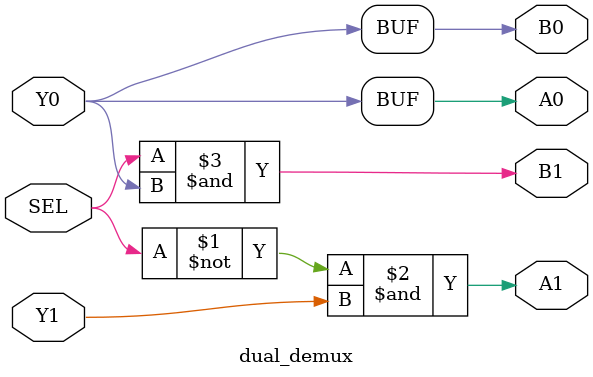
<source format=v>
module dual_demux(Y0, Y1, A0, B0, A1, B1, SEL);
input Y0, Y1, SEL;
output A0, B0, A1, B1;

assign A0 = Y0;
assign B0 = Y0;
assign A1 = ~SEL & Y1;
assign B1 = SEL & Y0;

endmodule
</source>
